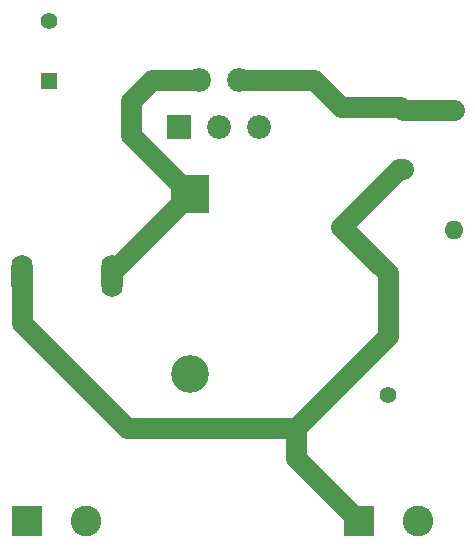
<source format=gbr>
%TF.GenerationSoftware,KiCad,Pcbnew,8.0.5*%
%TF.CreationDate,2024-10-22T15:17:33-04:00*%
%TF.ProjectId,buck_converter_lm2596_5V,6275636b-5f63-46f6-9e76-65727465725f,rev?*%
%TF.SameCoordinates,Original*%
%TF.FileFunction,Copper,L1,Top*%
%TF.FilePolarity,Positive*%
%FSLAX46Y46*%
G04 Gerber Fmt 4.6, Leading zero omitted, Abs format (unit mm)*
G04 Created by KiCad (PCBNEW 8.0.5) date 2024-10-22 15:17:33*
%MOMM*%
%LPD*%
G01*
G04 APERTURE LIST*
%TA.AperFunction,ComponentPad*%
%ADD10R,2.019300X2.019300*%
%TD*%
%TA.AperFunction,ComponentPad*%
%ADD11C,2.019300*%
%TD*%
%TA.AperFunction,ComponentPad*%
%ADD12C,1.600000*%
%TD*%
%TA.AperFunction,ComponentPad*%
%ADD13R,2.600000X2.600000*%
%TD*%
%TA.AperFunction,ComponentPad*%
%ADD14C,2.600000*%
%TD*%
%TA.AperFunction,ComponentPad*%
%ADD15O,1.600000X1.600000*%
%TD*%
%TA.AperFunction,ComponentPad*%
%ADD16O,1.800000X3.600000*%
%TD*%
%TA.AperFunction,ComponentPad*%
%ADD17R,1.422400X1.422400*%
%TD*%
%TA.AperFunction,ComponentPad*%
%ADD18C,1.422400*%
%TD*%
%TA.AperFunction,ComponentPad*%
%ADD19R,3.200000X3.200000*%
%TD*%
%TA.AperFunction,ComponentPad*%
%ADD20O,3.200000X3.200000*%
%TD*%
%TA.AperFunction,Conductor*%
%ADD21C,1.750000*%
%TD*%
G04 APERTURE END LIST*
D10*
%TO.P,U1,1,VIN*%
%TO.N,Net-(J1-Pin_2)*%
X157429200Y-68656200D03*
D11*
%TO.P,U1,2,OUTPUT*%
%TO.N,LM2596_Output*%
X159131000Y-64643000D03*
%TO.P,U1,3,GND*%
%TO.N,GND*%
X160832800Y-68656200D03*
%TO.P,U1,4,FEEDBACK*%
%TO.N,feedback*%
X162534600Y-64643000D03*
%TO.P,U1,5,\u002AON/OFF*%
%TO.N,GND*%
X164236400Y-68656200D03*
%TD*%
D12*
%TO.P,C4,1*%
%TO.N,Net-(J2-Pin_1)*%
X176403000Y-72183000D03*
%TO.P,C4,2*%
%TO.N,feedback*%
X176403000Y-67183000D03*
%TD*%
D13*
%TO.P,J1,1,Pin_1*%
%TO.N,GND*%
X144606000Y-101981000D03*
D14*
%TO.P,J1,2,Pin_2*%
%TO.N,Net-(J1-Pin_2)*%
X149606000Y-101981000D03*
%TD*%
D12*
%TO.P,R1,1*%
%TO.N,Net-(J2-Pin_1)*%
X171196000Y-77089000D03*
D15*
%TO.P,R1,2*%
%TO.N,feedback*%
X171196000Y-66929000D03*
%TD*%
D13*
%TO.P,J2,1,Pin_1*%
%TO.N,Net-(J2-Pin_1)*%
X172673000Y-101981000D03*
D14*
%TO.P,J2,2,Pin_2*%
%TO.N,GND*%
X177673000Y-101981000D03*
%TD*%
D16*
%TO.P,L1,1,1*%
%TO.N,Net-(J2-Pin_1)*%
X144145000Y-81280000D03*
%TO.P,L1,2,2*%
%TO.N,LM2596_Output*%
X151765000Y-81280000D03*
%TD*%
D17*
%TO.P,C2,1*%
%TO.N,Net-(J2-Pin_1)*%
X175133000Y-86360000D03*
D18*
%TO.P,C2,2*%
%TO.N,GND*%
X175133000Y-91363800D03*
%TD*%
D19*
%TO.P,D1,1,K*%
%TO.N,LM2596_Output*%
X158369000Y-74295000D03*
D20*
%TO.P,D1,2,A*%
%TO.N,GND*%
X158369000Y-89535000D03*
%TD*%
D17*
%TO.P,C1,1*%
%TO.N,Net-(J1-Pin_2)*%
X146431000Y-64770000D03*
D18*
%TO.P,C1,2*%
%TO.N,GND*%
X146431000Y-59690000D03*
%TD*%
D12*
%TO.P,R2,1*%
%TO.N,feedback*%
X180721000Y-67183000D03*
D15*
%TO.P,R2,2*%
%TO.N,GND*%
X180721000Y-77343000D03*
%TD*%
D21*
%TO.N,Net-(J2-Pin_1)*%
X175133000Y-81026000D02*
X171196000Y-77089000D01*
X167386000Y-94107000D02*
X175133000Y-86360000D01*
X144145000Y-85217000D02*
X153035000Y-94107000D01*
X167386000Y-96694000D02*
X172673000Y-101981000D01*
X175133000Y-86360000D02*
X175133000Y-81026000D01*
X153035000Y-94107000D02*
X167386000Y-94107000D01*
X144145000Y-81280000D02*
X144145000Y-85217000D01*
X167386000Y-94107000D02*
X167386000Y-96694000D01*
X176102000Y-72183000D02*
X171196000Y-77089000D01*
X176403000Y-72183000D02*
X176102000Y-72183000D01*
%TO.N,LM2596_Output*%
X159131000Y-64643000D02*
X155194000Y-64643000D01*
X153416000Y-69342000D02*
X158369000Y-74295000D01*
X153416000Y-69342000D02*
X153416000Y-66421000D01*
X151765000Y-80899000D02*
X158369000Y-74295000D01*
X153416000Y-66421000D02*
X155003500Y-64833500D01*
X151765000Y-81280000D02*
X151765000Y-80899000D01*
X155194000Y-64643000D02*
X155003500Y-64833500D01*
%TO.N,feedback*%
X171196000Y-66929000D02*
X176149000Y-66929000D01*
X168910000Y-64643000D02*
X162534600Y-64643000D01*
X176149000Y-66929000D02*
X176403000Y-67183000D01*
X176403000Y-67183000D02*
X180721000Y-67183000D01*
X171196000Y-66929000D02*
X168910000Y-64643000D01*
%TD*%
M02*

</source>
